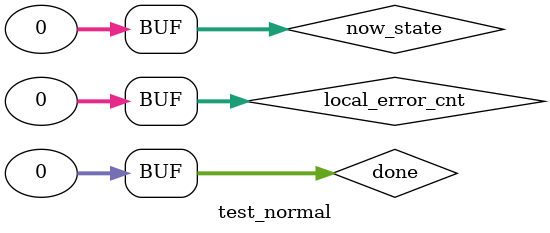
<source format=sv>
`timescale 1ns/100ps

module test_normal;
	`include "tests/test_normal.svh"

	typedef enum	{UNDEFINED, SINGLE_TRANSACTION, DMA_BURST_TRANSACTION, NOT_DEFINED_TEST} sim_state;
	typedef enum	{SINGLE, DMA_BURST} i2c_mode;
	typedef enum	{ON, OFF} remap_mode;

	sim_state		now_state;

	integer			local_error_cnt;
	integer			done;

	task_apb apb_model();
	task_i2c i2c_model();

	initial begin
		now_state = UNDEFINED;
		local_error_cnt = 0;

		done = 0;
	end
	
	task TEST_NORMAL;
		apb_model.apb4m_config;

		TASK_SINGLE_TRANSACTION;
		TASK_DMA_BURST_TRANSACTION;
	endtask

	task TASK_SINGLE_TRANSACTION;
		now_state = SINGLE_TRANSACTION;
		$display("===============================================");
		$display("| [INFO] Test Case : %s", now_state);
		$display("===============================================");
		local_error_cnt = top.error_count;

		// CUSTOM TEST
		task_i2c_config(SINGLE, OFF, 6'b110101);
		task_i2c_write(32'h0012, 2);
		task_i2c_write(32'hcafe, 4);
		task_i2c_write(32'hbeef, 4);

		task_i2c_config(SINGLE, OFF, 6'b111001);
		task_i2c_write(32'h0012, 4);
		task_i2c_write(32'hcafe, 4);
		task_i2c_write(32'hbeef, 4);

		if(local_error_cnt == top.error_count) begin
			$display("\n	LOCAL TEST PASSED\n");
		end
		else begin
			$display("\n	LOCAL TEST FAILED\n");
		end
	endtask

	task TASK_DMA_BURST_TRANSACTION;
		now_state = DMA_BURST_TRANSACTION;
		$display("===============================================");
		$display("| [INFO] Test Case : %s", now_state);
		$display("===============================================");
		local_error_cnt = top.error_count;

		// CUSTOM TEST
		task_i2c_config(DMA_BURST, OFF, 6'b110101);
		task_i2c_dma_config(32'h0010, 32'h0040);

		task_i2c_dma_start;
		wait_transaction_done;

		if(local_error_cnt == top.error_count) begin
			$display("\n	LOCAL TEST PASSED\n");
		end
		else begin
			$display("\n	LOCAL TEST FAILED\n");
		end
	endtask

	task task_i2c_config(
		input	i2c_mode	_set_mode,
		input	remap_mode	_remap_mode,
		input	integer		_device_id
	);
	begin
		case(_set_mode)
			SINGLE : apb_model.task_single_byte_mode_enter;
			DMA_BURST : apb_model.task_dma_burst_mode_enter;
		endcase

		case(_remap_mode)
			ON : apb_model.task_remap_mode_enable;
			OFF : apb_model.task_remap_mode_disable;
		endcase

		apb_model.task_sfr_device_id_0_set(_device_id);
	end
	endtask

	task task_i2c_write(
		input	integer		_data,
		input	integer		_size
	);
	begin
		apb_model.task_sfr_data_size_set(_size);
		apb_model.task_sfr_data_set(_data);

		apb_model.task_single_byte_mode_start;

		wait_transaction_done;
		i2c_model.task_compare_i2c_data;
	end
	endtask

	task task_i2c_dma_config(
		input	integer		_start_addr,
		input	integer		_end_addr
	);
	begin
		apb_model.task_sfr_dma_start_addr_set(_start_addr);
		apb_model.task_sfr_dma_end_addr_set(_end_addr);

		i2c_model.task_compare_i2c_data;
	end
	endtask

	task task_i2c_dma_start;
	begin
		apb_model.task_dma_burst_mode_start;

		i2c_model.task_compare_i2c_data;
	end
	endtask

	task wait_transaction_done;
	begin
		apb_model.task_status_check(done);
		while (done==0) begin
			apb_model.task_status_check(done);
			#1000;
		end
		done = 0;
	end
	endtask

endmodule

</source>
